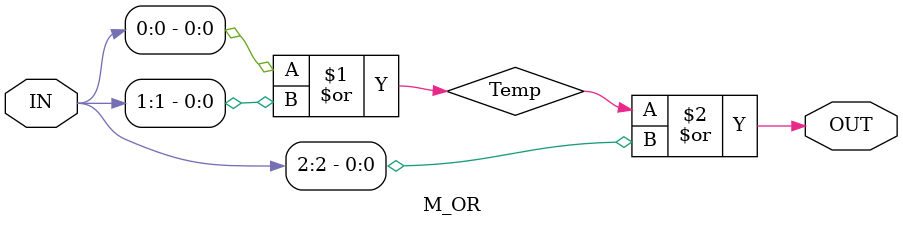
<source format=v>

module M_OR(IN,OUT);

parameter N = 3; // number of inputs

input [N-1:0] IN;

output OUT; 

wire [N-3:0] Temp;

or Ustart (Temp[0],IN[0],IN[1]);		// generate cascading XOR gates
or Uend (OUT,Temp[N-3],IN[N-1]);
genvar n;
generate 
	for (n=0; n<(N-3);n=n+1) begin : COR1 
		or U (Temp[n+1],Temp[n],IN[n+2]);
	end
endgenerate

endmodule
</source>
